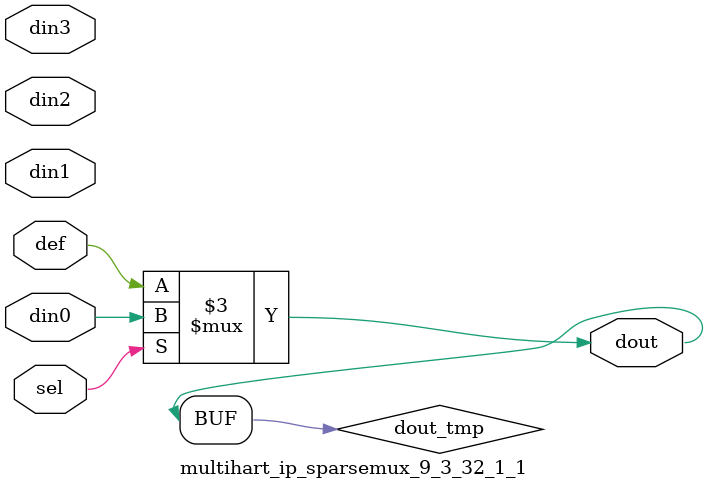
<source format=v>
`timescale 1ns / 1ps

module multihart_ip_sparsemux_9_3_32_1_1 (din0,din1,din2,din3,def,sel,dout);

parameter din0_WIDTH = 1;

parameter din1_WIDTH = 1;

parameter din2_WIDTH = 1;

parameter din3_WIDTH = 1;

parameter def_WIDTH = 1;
parameter sel_WIDTH = 1;
parameter dout_WIDTH = 1;

parameter [sel_WIDTH-1:0] CASE0 = 1;

parameter [sel_WIDTH-1:0] CASE1 = 1;

parameter [sel_WIDTH-1:0] CASE2 = 1;

parameter [sel_WIDTH-1:0] CASE3 = 1;

parameter ID = 1;
parameter NUM_STAGE = 1;



input [din0_WIDTH-1:0] din0;

input [din1_WIDTH-1:0] din1;

input [din2_WIDTH-1:0] din2;

input [din3_WIDTH-1:0] din3;

input [def_WIDTH-1:0] def;
input [sel_WIDTH-1:0] sel;

output [dout_WIDTH-1:0] dout;



reg [dout_WIDTH-1:0] dout_tmp;


always @ (*) begin
(* parallel_case *) case (sel)
    
    CASE0 : dout_tmp = din0;
    
    CASE1 : dout_tmp = din1;
    
    CASE2 : dout_tmp = din2;
    
    CASE3 : dout_tmp = din3;
    
    default : dout_tmp = def;
endcase
end


assign dout = dout_tmp;



endmodule

</source>
